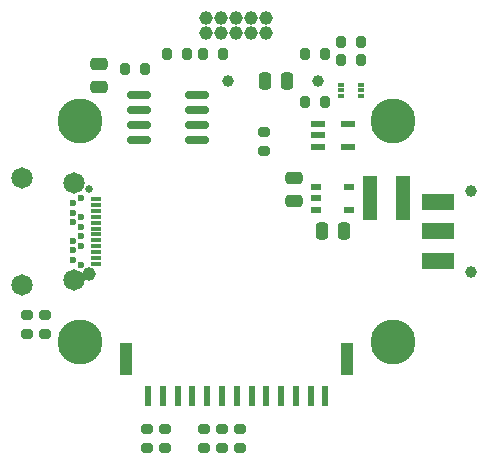
<source format=gbr>
%TF.GenerationSoftware,KiCad,Pcbnew,7.0.9*%
%TF.CreationDate,2023-12-29T19:26:43-05:00*%
%TF.ProjectId,watch-0001,77617463-682d-4303-9030-312e6b696361,v.0.0.1*%
%TF.SameCoordinates,Original*%
%TF.FileFunction,Soldermask,Top*%
%TF.FilePolarity,Negative*%
%FSLAX46Y46*%
G04 Gerber Fmt 4.6, Leading zero omitted, Abs format (unit mm)*
G04 Created by KiCad (PCBNEW 7.0.9) date 2023-12-29 19:26:43*
%MOMM*%
%LPD*%
G01*
G04 APERTURE LIST*
G04 Aperture macros list*
%AMRoundRect*
0 Rectangle with rounded corners*
0 $1 Rounding radius*
0 $2 $3 $4 $5 $6 $7 $8 $9 X,Y pos of 4 corners*
0 Add a 4 corners polygon primitive as box body*
4,1,4,$2,$3,$4,$5,$6,$7,$8,$9,$2,$3,0*
0 Add four circle primitives for the rounded corners*
1,1,$1+$1,$2,$3*
1,1,$1+$1,$4,$5*
1,1,$1+$1,$6,$7*
1,1,$1+$1,$8,$9*
0 Add four rect primitives between the rounded corners*
20,1,$1+$1,$2,$3,$4,$5,0*
20,1,$1+$1,$4,$5,$6,$7,0*
20,1,$1+$1,$6,$7,$8,$9,0*
20,1,$1+$1,$8,$9,$2,$3,0*%
G04 Aperture macros list end*
%ADD10RoundRect,0.200000X-0.275000X0.200000X-0.275000X-0.200000X0.275000X-0.200000X0.275000X0.200000X0*%
%ADD11RoundRect,0.250000X-0.250000X-0.475000X0.250000X-0.475000X0.250000X0.475000X-0.250000X0.475000X0*%
%ADD12C,1.000000*%
%ADD13C,3.800000*%
%ADD14R,0.492000X0.300000*%
%ADD15RoundRect,0.200000X0.200000X0.275000X-0.200000X0.275000X-0.200000X-0.275000X0.200000X-0.275000X0*%
%ADD16RoundRect,0.200000X-0.200000X-0.275000X0.200000X-0.275000X0.200000X0.275000X-0.200000X0.275000X0*%
%ADD17RoundRect,0.102000X1.250000X-0.600000X1.250000X0.600000X-1.250000X0.600000X-1.250000X-0.600000X0*%
%ADD18C,0.650000*%
%ADD19C,1.150000*%
%ADD20R,0.900000X0.300000*%
%ADD21C,0.600000*%
%ADD22C,1.815000*%
%ADD23RoundRect,0.250000X0.475000X-0.250000X0.475000X0.250000X-0.475000X0.250000X-0.475000X-0.250000X0*%
%ADD24RoundRect,0.200000X0.275000X-0.200000X0.275000X0.200000X-0.275000X0.200000X-0.275000X-0.200000X0*%
%ADD25RoundRect,0.150000X-0.825000X-0.150000X0.825000X-0.150000X0.825000X0.150000X-0.825000X0.150000X0*%
%ADD26R,1.200000X0.600000*%
%ADD27RoundRect,0.250000X-0.475000X0.250000X-0.475000X-0.250000X0.475000X-0.250000X0.475000X0.250000X0*%
%ADD28R,0.900000X0.600000*%
%ADD29R,1.193800X3.708400*%
%ADD30R,0.600000X1.700000*%
%ADD31R,1.000000X2.700000*%
%ADD32RoundRect,0.250000X0.250000X0.475000X-0.250000X0.475000X-0.250000X-0.475000X0.250000X-0.475000X0*%
%ADD33C,1.168400*%
G04 APERTURE END LIST*
D10*
%TO.C,R16*%
X136906000Y-104585000D03*
X136906000Y-106235000D03*
%TD*%
D11*
%TO.C,C2*%
X146878000Y-75184000D03*
X148778000Y-75184000D03*
%TD*%
D12*
%TO.C,BT1*%
X143764000Y-75184000D03*
X151384000Y-75184000D03*
%TD*%
D13*
%TO.C,H1*%
X131234000Y-78559000D03*
%TD*%
D10*
%TO.C,R2*%
X128270000Y-94933000D03*
X128270000Y-96583000D03*
%TD*%
D14*
%TO.C,Q1*%
X153344000Y-75446000D03*
X153344000Y-75946000D03*
X153344000Y-76446000D03*
X155012000Y-76446000D03*
X155012000Y-75946000D03*
X155012000Y-75446000D03*
%TD*%
D10*
%TO.C,R14*%
X141732000Y-104585000D03*
X141732000Y-106235000D03*
%TD*%
D15*
%TO.C,R8*%
X155003000Y-73406000D03*
X153353000Y-73406000D03*
%TD*%
D16*
%TO.C,R7*%
X153353000Y-71882000D03*
X155003000Y-71882000D03*
%TD*%
D12*
%TO.C,S1*%
X164338000Y-91284000D03*
X164338000Y-84484000D03*
D17*
X161588000Y-90384000D03*
X161588000Y-87884000D03*
X161588000Y-85384000D03*
%TD*%
D18*
%TO.C,J2*%
X132013000Y-84284000D03*
D19*
X132013000Y-91484000D03*
D20*
X132573000Y-85134000D03*
X132573000Y-85634000D03*
X132573000Y-86134000D03*
X132573000Y-86634000D03*
X132573000Y-87134000D03*
X132573000Y-87634000D03*
X132573000Y-88134000D03*
X132573000Y-88634000D03*
X132573000Y-89134000D03*
X132573000Y-89634000D03*
X132573000Y-90134000D03*
X132573000Y-90634000D03*
D21*
X131363000Y-90684000D03*
X130663000Y-90284000D03*
X130663000Y-89484000D03*
X131363000Y-89084000D03*
X130663000Y-88684000D03*
X131363000Y-88284000D03*
X131363000Y-87484000D03*
X130663000Y-87084000D03*
X131363000Y-86684000D03*
X130663000Y-86284000D03*
X130663000Y-85484000D03*
X131363000Y-85084000D03*
D22*
X130773000Y-83754000D03*
X130773000Y-92014000D03*
X126373000Y-92374000D03*
X126373000Y-83394000D03*
%TD*%
D15*
%TO.C,R3*%
X136715000Y-74168000D03*
X135065000Y-74168000D03*
%TD*%
D13*
%TO.C,H4*%
X157734000Y-97209000D03*
%TD*%
D15*
%TO.C,R4*%
X140271000Y-72898000D03*
X138621000Y-72898000D03*
%TD*%
D23*
%TO.C,C1*%
X132842000Y-75626000D03*
X132842000Y-73726000D03*
%TD*%
D24*
%TO.C,R15*%
X138430000Y-106235000D03*
X138430000Y-104585000D03*
%TD*%
D13*
%TO.C,H3*%
X157734000Y-78559000D03*
%TD*%
D10*
%TO.C,R13*%
X143256000Y-104585000D03*
X143256000Y-106235000D03*
%TD*%
D25*
%TO.C,U2*%
X136209000Y-76327000D03*
X136209000Y-77597000D03*
X136209000Y-78867000D03*
X136209000Y-80137000D03*
X141159000Y-80137000D03*
X141159000Y-78867000D03*
X141159000Y-77597000D03*
X141159000Y-76327000D03*
%TD*%
D13*
%TO.C,H2*%
X131234000Y-97209000D03*
%TD*%
D26*
%TO.C,IC2*%
X151404000Y-78806000D03*
X151404000Y-79756000D03*
X151404000Y-80706000D03*
X153904000Y-80706000D03*
X153904000Y-78806000D03*
%TD*%
D27*
%TO.C,C3*%
X149352000Y-83378000D03*
X149352000Y-85278000D03*
%TD*%
D16*
%TO.C,R9*%
X150305000Y-72898000D03*
X151955000Y-72898000D03*
%TD*%
D28*
%TO.C,IC3*%
X151254000Y-84140000D03*
X151254000Y-85090000D03*
X151254000Y-86040000D03*
X154054000Y-86040000D03*
X154054000Y-84140000D03*
%TD*%
D10*
%TO.C,R1*%
X126746000Y-94933000D03*
X126746000Y-96583000D03*
%TD*%
D16*
%TO.C,R5*%
X141669000Y-72898000D03*
X143319000Y-72898000D03*
%TD*%
D24*
%TO.C,R20*%
X146812000Y-81089000D03*
X146812000Y-79439000D03*
%TD*%
D16*
%TO.C,R6*%
X150305000Y-76962000D03*
X151955000Y-76962000D03*
%TD*%
D29*
%TO.C,L1*%
X155829000Y-85090000D03*
X158623000Y-85090000D03*
%TD*%
D30*
%TO.C,J1*%
X152026000Y-101854000D03*
X150776000Y-101854000D03*
X149526000Y-101854000D03*
X148276000Y-101854000D03*
X147026000Y-101854000D03*
X145776000Y-101854000D03*
X144526000Y-101854000D03*
X143276000Y-101854000D03*
X142026000Y-101854000D03*
X140776000Y-101854000D03*
X139526000Y-101854000D03*
X138276000Y-101854000D03*
X137026000Y-101854000D03*
D31*
X153876000Y-98654000D03*
X135176000Y-98654000D03*
%TD*%
D32*
%TO.C,C4*%
X153604000Y-87884000D03*
X151704000Y-87884000D03*
%TD*%
D10*
%TO.C,R12*%
X144780000Y-104585000D03*
X144780000Y-106235000D03*
%TD*%
D33*
%TO.C,J3*%
X146977100Y-69786500D03*
X145707100Y-69786500D03*
X144437100Y-69786500D03*
X143167100Y-69786500D03*
X141897100Y-69786500D03*
X146977100Y-71056500D03*
X145707100Y-71056500D03*
X144437100Y-71056500D03*
X143167100Y-71056500D03*
X141897100Y-71056500D03*
%TD*%
M02*

</source>
